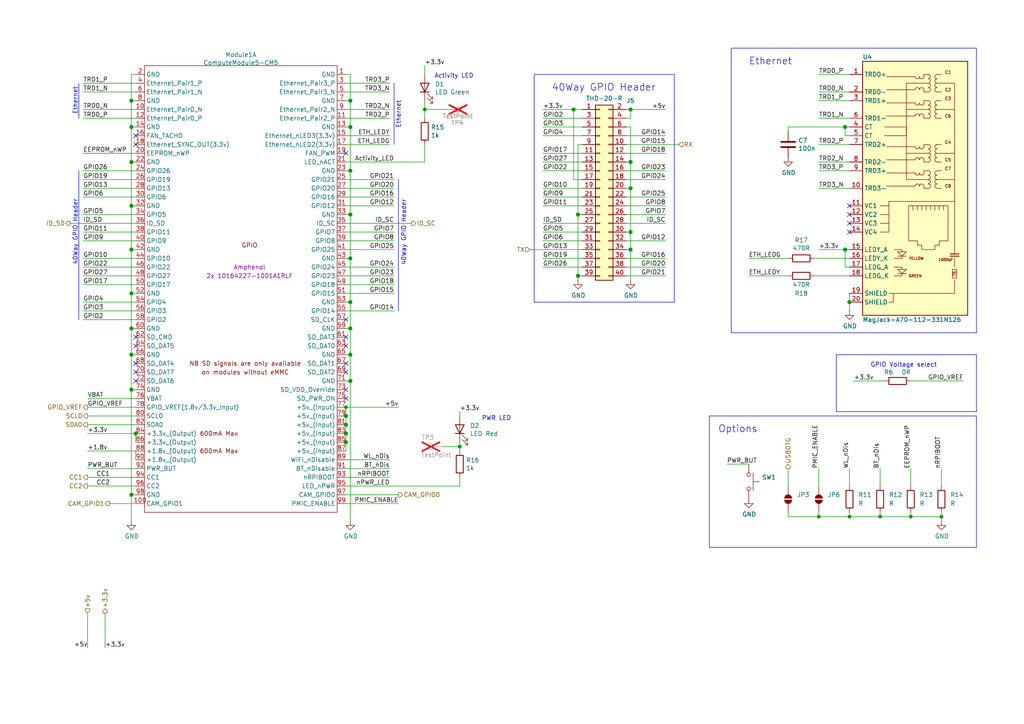
<source format=kicad_sch>
(kicad_sch (version 20250114) (generator "eeschema") (generator_version "9.0")
  (paper "A4")
  (title_block (title "CM4/5 GPIO + Ethernet") (date "2025-08-26") (rev "1") (company "Astrosystems") (comment 1 "Designed By - C.P"))
  (text "40Way GPIO Header" (at 160.02 26.67 0) (effects (font (size 2.007 2.007)) (justify left bottom)))
  (text "Ethernet" (at 22.606 33.274 90) (effects (font (size 1.27 1.27)) (justify left bottom)))
  (text "Activity LED" (at 125.984 22.86 0) (effects (font (size 1.27 1.27)) (justify left bottom)))
  (text "GPIO Voltage select\n" (at 271.78 106.68 0) (effects (font (size 1.27 1.27)) (justify right bottom)))
  (text "Options" (at 208.28 125.73 0) (effects (font (size 2.0066 2.0066)) (justify left bottom)))
  (text "40Way GPIO Header" (at 117.856 57.912 90) (effects (font (size 1.27 1.27)) (justify right bottom)))
  (text "40Way GPIO Header" (at 22.606 76.962 90) (effects (font (size 1.27 1.27)) (justify left bottom)))
  (text "PWR LED" (at 139.7 122.174 0) (effects (font (size 1.27 1.27)) (justify left bottom)))
  (text "Ethernet" (at 116.332 29.21 90) (effects (font (size 1.27 1.27)) (justify right bottom)))
  (text "Ethernet" (at 217.17 19.05 0) (effects (font (size 2.0066 2.0066)) (justify left bottom)))
  (junction (at 101.6 36.83) (diameter 1.016))
  (junction (at 245.11 72.39) (diameter 1.016))
  (junction (at 101.6 29.21) (diameter 1.016))
  (junction (at 101.6 102.87) (diameter 1.016))
  (junction (at 38.1 113.03) (diameter 1.016))
  (junction (at 246.38 87.63) (diameter 1.016))
  (junction (at 38.1 46.99) (diameter 1.016))
  (junction (at 100.33 125.73) (diameter 1.016))
  (junction (at 167.64 62.23) (diameter 1.016))
  (junction (at 182.88 46.99) (diameter 1.016))
  (junction (at 38.1 72.39) (diameter 1.016))
  (junction (at 246.38 149.86))
  (junction (at 100.33 123.19) (diameter 1.016))
  (junction (at 38.1 143.51) (diameter 1.016))
  (junction (at 182.88 67.31) (diameter 1.016))
  (junction (at 38.1 59.69) (diameter 1.016))
  (junction (at 101.6 62.23) (diameter 1.016))
  (junction (at 38.1 95.25) (diameter 1.016))
  (junction (at 101.6 95.25) (diameter 1.016))
  (junction (at 182.88 72.39) (diameter 1.016))
  (junction (at 182.88 31.75) (diameter 1.016))
  (junction (at 101.6 87.63) (diameter 1.016))
  (junction (at 255.27 149.86))
  (junction (at 182.88 54.61) (diameter 1.016))
  (junction (at 38.1 85.09) (diameter 1.016))
  (junction (at 100.33 120.65) (diameter 1.016))
  (junction (at 133.35 129.54))
  (junction (at 38.1 36.83) (diameter 1.016))
  (junction (at 39.37 125.73) (diameter 1.016))
  (junction (at 38.1 102.87) (diameter 1.016))
  (junction (at 38.1 29.21) (diameter 1.016))
  (junction (at 245.11 36.83) (diameter 1.016))
  (junction (at 237.49 149.86))
  (junction (at 100.33 128.27) (diameter 1.016))
  (junction (at 273.05 149.86))
  (junction (at 123.19 31.75))
  (junction (at 264.16 149.86))
  (junction (at 167.64 80.01) (diameter 1.016))
  (junction (at 101.6 110.49) (diameter 1.016))
  (junction (at 101.6 49.53) (diameter 1.016))
  (junction (at 101.6 74.93) (diameter 1.016))
  (junction (at 100.33 118.11))
  (junction (at 166.37 31.75) (diameter 1.016))
  (no_connect (at 100.33 107.95))
  (no_connect (at 100.33 97.79))
  (no_connect (at 39.37 107.95))
  (no_connect (at 100.33 105.41))
  (no_connect (at 246.38 62.23))
  (no_connect (at 100.33 113.03))
  (no_connect (at 39.37 97.79))
  (no_connect (at 100.33 100.33))
  (no_connect (at 246.38 59.69))
  (no_connect (at 39.37 100.33))
  (no_connect (at 39.37 105.41))
  (no_connect (at 100.33 44.45))
  (no_connect (at 39.37 39.37))
  (no_connect (at 39.37 110.49))
  (no_connect (at 246.38 64.77))
  (no_connect (at 39.37 41.91))
  (no_connect (at 100.33 115.57))
  (no_connect (at 100.33 92.71))
  (no_connect (at 246.38 67.31))
  (wire (pts (xy 101.6 110.49) (xy 101.6 151.13)))
  (polyline (pts (xy 154.94 21.59) (xy 154.94 87.63)) (stroke (width 0) (type solid)))
  (polyline (pts (xy 154.94 87.63) (xy 195.58 87.63)) (stroke (width 0) (type solid)))
  (wire (pts (xy 25.4 115.57) (xy 39.37 115.57)))
  (polyline (pts (xy 283.21 120.65) (xy 205.74 120.65)) (stroke (width 0) (type solid)))
  (wire (pts (xy 100.33 102.87) (xy 101.6 102.87)))
  (wire (pts (xy 24.13 90.17) (xy 39.37 90.17)))
  (polyline (pts (xy 114.3 24.13) (xy 114.3 41.91)) (stroke (width 0) (type solid)))
  (wire (pts (xy 39.37 133.35) (xy 39.37 130.81)))
  (wire (pts (xy 181.61 59.69) (xy 193.04 59.69)))
  (wire (pts (xy 24.13 44.45) (xy 39.37 44.45)))
  (wire (pts (xy 100.33 95.25) (xy 101.6 95.25)))
  (wire (pts (xy 181.61 41.91) (xy 196.85 41.91)))
  (wire (pts (xy 101.6 102.87) (xy 101.6 110.49)))
  (wire (pts (xy 217.17 74.93) (xy 228.6 74.93)))
  (wire (pts (xy 39.37 128.27) (xy 39.37 125.73)))
  (wire (pts (xy 101.6 36.83) (xy 101.6 49.53)))
  (polyline (pts (xy 283.21 102.87) (xy 283.21 119.38)) (stroke (width 0) (type solid)))
  (wire (pts (xy 24.13 92.71) (xy 39.37 92.71)))
  (wire (pts (xy 246.38 149.86) (xy 255.27 149.86)))
  (wire (pts (xy 123.19 34.29) (xy 123.19 31.75)))
  (wire (pts (xy 24.13 31.75) (xy 39.37 31.75)))
  (wire (pts (xy 24.13 77.47) (xy 39.37 77.47)))
  (wire (pts (xy 100.33 29.21) (xy 101.6 29.21)))
  (wire (pts (xy 100.33 90.17) (xy 114.3 90.17)))
  (wire (pts (xy 100.33 140.97) (xy 133.35 140.97)))
  (wire (pts (xy 24.13 82.55) (xy 39.37 82.55)))
  (wire (pts (xy 25.4 125.73) (xy 39.37 125.73)))
  (wire (pts (xy 182.88 72.39) (xy 182.88 67.31)))
  (wire (pts (xy 237.49 26.67) (xy 246.38 26.67)))
  (wire (pts (xy 24.13 80.01) (xy 39.37 80.01)))
  (wire (pts (xy 100.33 34.29) (xy 113.03 34.29)))
  (wire (pts (xy 39.37 36.83) (xy 38.1 36.83)))
  (wire (pts (xy 25.4 130.81) (xy 39.37 130.81)))
  (wire (pts (xy 100.33 31.75) (xy 113.03 31.75)))
  (wire (pts (xy 24.13 67.31) (xy 39.37 67.31)))
  (wire (pts (xy 100.33 87.63) (xy 101.6 87.63)))
  (wire (pts (xy 182.88 46.99) (xy 182.88 54.61)))
  (wire (pts (xy 25.4 177.8) (xy 25.4 187.96)))
  (polyline (pts (xy 22.86 49.53) (xy 22.86 92.71)) (stroke (width 0) (type solid)))
  (wire (pts (xy 39.37 21.59) (xy 38.1 21.59)))
  (wire (pts (xy 101.6 21.59) (xy 101.6 29.21)))
  (wire (pts (xy 236.22 80.01) (xy 246.38 80.01)))
  (wire (pts (xy 101.6 29.21) (xy 101.6 36.83)))
  (wire (pts (xy 228.6 135.89) (xy 228.6 140.97)))
  (wire (pts (xy 38.1 143.51) (xy 38.1 151.13)))
  (wire (pts (xy 181.61 74.93) (xy 193.04 74.93)))
  (wire (pts (xy 237.49 135.89) (xy 237.49 140.97)))
  (wire (pts (xy 153.67 72.39) (xy 168.91 72.39)))
  (wire (pts (xy 100.33 57.15) (xy 114.3 57.15)))
  (wire (pts (xy 100.33 143.51) (xy 115.57 143.51)))
  (wire (pts (xy 255.27 135.89) (xy 255.27 140.97)))
  (wire (pts (xy 182.88 54.61) (xy 181.61 54.61)))
  (wire (pts (xy 100.33 80.01) (xy 114.3 80.01)))
  (wire (pts (xy 167.64 80.01) (xy 167.64 81.28)))
  (wire (pts (xy 25.4 138.43) (xy 39.37 138.43)))
  (wire (pts (xy 101.6 95.25) (xy 101.6 102.87)))
  (wire (pts (xy 38.1 72.39) (xy 38.1 85.09)))
  (wire (pts (xy 101.6 49.53) (xy 101.6 62.23)))
  (wire (pts (xy 24.13 74.93) (xy 39.37 74.93)))
  (polyline (pts (xy 212.09 13.97) (xy 283.21 13.97)) (stroke (width 0) (type solid)))
  (wire (pts (xy 237.49 29.21) (xy 246.38 29.21)))
  (wire (pts (xy 181.61 44.45) (xy 193.04 44.45)))
  (wire (pts (xy 123.19 19.05) (xy 123.19 21.59)))
  (wire (pts (xy 166.37 52.07) (xy 168.91 52.07)))
  (wire (pts (xy 39.37 29.21) (xy 38.1 29.21)))
  (polyline (pts (xy 195.58 21.59) (xy 154.94 21.59)) (stroke (width 0) (type solid)))
  (wire (pts (xy 25.4 140.97) (xy 39.37 140.97)))
  (wire (pts (xy 25.4 135.89) (xy 39.37 135.89)))
  (wire (pts (xy 100.33 128.27) (xy 100.33 130.81)))
  (wire (pts (xy 264.16 148.59) (xy 264.16 149.86)))
  (wire (pts (xy 246.38 36.83) (xy 245.11 36.83)))
  (wire (pts (xy 237.49 21.59) (xy 246.38 21.59)))
  (wire (pts (xy 100.33 41.91) (xy 113.03 41.91)))
  (wire (pts (xy 24.13 26.67) (xy 39.37 26.67)))
  (wire (pts (xy 182.88 31.75) (xy 193.04 31.75)))
  (wire (pts (xy 217.17 80.01) (xy 228.6 80.01)))
  (wire (pts (xy 24.13 49.53) (xy 39.37 49.53)))
  (wire (pts (xy 123.19 41.91) (xy 123.19 46.99)))
  (wire (pts (xy 237.49 46.99) (xy 246.38 46.99)))
  (wire (pts (xy 100.33 120.65) (xy 100.33 123.19)))
  (wire (pts (xy 157.48 49.53) (xy 168.91 49.53)))
  (polyline (pts (xy 283.21 120.65) (xy 283.21 158.75)) (stroke (width 0) (type solid)))
  (wire (pts (xy 100.33 74.93) (xy 101.6 74.93)))
  (wire (pts (xy 246.38 135.89) (xy 246.38 140.97)))
  (polyline (pts (xy 22.86 34.29) (xy 22.86 24.13)) (stroke (width 0) (type solid)))
  (wire (pts (xy 100.33 39.37) (xy 113.03 39.37)))
  (wire (pts (xy 157.48 74.93) (xy 168.91 74.93)))
  (wire (pts (xy 181.61 49.53) (xy 193.04 49.53)))
  (polyline (pts (xy 243.84 102.87) (xy 283.21 102.87)) (stroke (width 0) (type solid)))
  (wire (pts (xy 273.05 149.86) (xy 273.05 151.13)))
  (wire (pts (xy 157.48 54.61) (xy 168.91 54.61)))
  (wire (pts (xy 38.1 95.25) (xy 39.37 95.25)))
  (wire (pts (xy 38.1 102.87) (xy 38.1 113.03)))
  (wire (pts (xy 38.1 85.09) (xy 38.1 95.25)))
  (wire (pts (xy 31.75 146.05) (xy 39.37 146.05)))
  (wire (pts (xy 168.91 41.91) (xy 167.64 41.91)))
  (wire (pts (xy 123.19 31.75) (xy 123.19 29.21)))
  (wire (pts (xy 228.6 148.59) (xy 228.6 149.86)))
  (wire (pts (xy 236.22 74.93) (xy 246.38 74.93)))
  (wire (pts (xy 157.48 69.85) (xy 168.91 69.85)))
  (wire (pts (xy 30.48 177.8) (xy 30.48 187.96)))
  (wire (pts (xy 181.61 80.01) (xy 193.04 80.01)))
  (wire (pts (xy 181.61 31.75) (xy 182.88 31.75)))
  (wire (pts (xy 228.6 149.86) (xy 237.49 149.86)))
  (wire (pts (xy 38.1 59.69) (xy 38.1 72.39)))
  (wire (pts (xy 38.1 113.03) (xy 39.37 113.03)))
  (wire (pts (xy 38.1 72.39) (xy 39.37 72.39)))
  (wire (pts (xy 24.13 54.61) (xy 39.37 54.61)))
  (wire (pts (xy 100.33 52.07) (xy 114.3 52.07)))
  (wire (pts (xy 246.38 87.63) (xy 246.38 90.17)))
  (wire (pts (xy 237.49 49.53) (xy 246.38 49.53)))
  (wire (pts (xy 24.13 24.13) (xy 39.37 24.13)))
  (wire (pts (xy 157.48 67.31) (xy 168.91 67.31)))
  (wire (pts (xy 100.33 62.23) (xy 101.6 62.23)))
  (wire (pts (xy 157.48 57.15) (xy 168.91 57.15)))
  (wire (pts (xy 157.48 31.75) (xy 166.37 31.75)))
  (wire (pts (xy 246.38 85.09) (xy 246.38 87.63)))
  (wire (pts (xy 100.33 24.13) (xy 113.03 24.13)))
  (wire (pts (xy 100.33 36.83) (xy 101.6 36.83)))
  (wire (pts (xy 100.33 133.35) (xy 113.03 133.35)))
  (wire (pts (xy 38.1 95.25) (xy 38.1 102.87)))
  (wire (pts (xy 133.35 138.43) (xy 133.35 140.97)))
  (polyline (pts (xy 205.74 120.65) (xy 205.74 158.75)) (stroke (width 0) (type solid)))
  (wire (pts (xy 39.37 143.51) (xy 38.1 143.51)))
  (wire (pts (xy 24.13 57.15) (xy 39.37 57.15)))
  (wire (pts (xy 182.88 72.39) (xy 182.88 81.28)))
  (wire (pts (xy 245.11 39.37) (xy 245.11 36.83)))
  (wire (pts (xy 237.49 72.39) (xy 245.11 72.39)))
  (wire (pts (xy 25.4 123.19) (xy 39.37 123.19)))
  (wire (pts (xy 38.1 113.03) (xy 38.1 143.51)))
  (wire (pts (xy 133.35 128.27) (xy 133.35 129.54)))
  (wire (pts (xy 237.49 41.91) (xy 246.38 41.91)))
  (wire (pts (xy 228.6 36.83) (xy 245.11 36.83)))
  (wire (pts (xy 100.33 146.05) (xy 115.57 146.05)))
  (wire (pts (xy 237.49 149.86) (xy 246.38 149.86)))
  (wire (pts (xy 100.33 64.77) (xy 119.38 64.77)))
  (wire (pts (xy 157.48 44.45) (xy 168.91 44.45)))
  (wire (pts (xy 101.6 87.63) (xy 101.6 95.25)))
  (polyline (pts (xy 115.57 52.07) (xy 115.57 90.17)) (stroke (width 0) (type solid)))
  (wire (pts (xy 100.33 54.61) (xy 114.3 54.61)))
  (wire (pts (xy 245.11 77.47) (xy 245.11 72.39)))
  (wire (pts (xy 100.33 69.85) (xy 114.3 69.85)))
  (polyline (pts (xy 283.21 96.52) (xy 212.09 96.52)) (stroke (width 0) (type solid)))
  (wire (pts (xy 25.4 118.11) (xy 39.37 118.11)))
  (wire (pts (xy 264.16 149.86) (xy 273.05 149.86)))
  (wire (pts (xy 157.48 36.83) (xy 168.91 36.83)))
  (polyline (pts (xy 212.09 96.52) (xy 212.09 13.97)) (stroke (width 0) (type solid)))
  (wire (pts (xy 100.33 85.09) (xy 114.3 85.09)))
  (wire (pts (xy 100.33 138.43) (xy 113.03 138.43)))
  (wire (pts (xy 247.65 110.49) (xy 256.54 110.49)))
  (wire (pts (xy 157.48 34.29) (xy 168.91 34.29)))
  (wire (pts (xy 182.88 67.31) (xy 182.88 54.61)))
  (wire (pts (xy 24.13 34.29) (xy 39.37 34.29)))
  (wire (pts (xy 181.61 39.37) (xy 193.04 39.37)))
  (wire (pts (xy 181.61 69.85) (xy 193.04 69.85)))
  (wire (pts (xy 157.48 64.77) (xy 168.91 64.77)))
  (wire (pts (xy 181.61 67.31) (xy 182.88 67.31)))
  (wire (pts (xy 100.33 59.69) (xy 114.3 59.69)))
  (wire (pts (xy 182.88 46.99) (xy 181.61 46.99)))
  (wire (pts (xy 245.11 72.39) (xy 246.38 72.39)))
  (wire (pts (xy 167.64 41.91) (xy 167.64 62.23)))
  (wire (pts (xy 100.33 67.31) (xy 114.3 67.31)))
  (wire (pts (xy 157.48 39.37) (xy 168.91 39.37)))
  (wire (pts (xy 157.48 46.99) (xy 168.91 46.99)))
  (polyline (pts (xy 195.58 21.59) (xy 195.58 87.63)) (stroke (width 0) (type solid)))
  (polyline (pts (xy 283.21 13.97) (xy 283.21 96.52)) (stroke (width 0) (type solid)))
  (wire (pts (xy 166.37 31.75) (xy 166.37 52.07)))
  (wire (pts (xy 100.33 135.89) (xy 113.03 135.89)))
  (wire (pts (xy 182.88 36.83) (xy 182.88 46.99)))
  (wire (pts (xy 20.32 64.77) (xy 39.37 64.77)))
  (wire (pts (xy 237.49 148.59) (xy 237.49 149.86)))
  (wire (pts (xy 181.61 34.29) (xy 182.88 34.29)))
  (wire (pts (xy 25.4 120.65) (xy 39.37 120.65)))
  (wire (pts (xy 38.1 36.83) (xy 38.1 46.99)))
  (wire (pts (xy 100.33 46.99) (xy 123.19 46.99)))
  (wire (pts (xy 167.64 80.01) (xy 168.91 80.01)))
  (wire (pts (xy 24.13 52.07) (xy 39.37 52.07)))
  (wire (pts (xy 167.64 62.23) (xy 168.91 62.23)))
  (polyline (pts (xy 242.57 119.38) (xy 242.57 102.87)) (stroke (width 0) (type solid)))
  (wire (pts (xy 246.38 148.59) (xy 246.38 149.86)))
  (wire (pts (xy 264.16 110.49) (xy 279.4 110.49)))
  (wire (pts (xy 157.48 77.47) (xy 168.91 77.47)))
  (wire (pts (xy 255.27 149.86) (xy 264.16 149.86)))
  (wire (pts (xy 264.16 140.97) (xy 264.16 135.89)))
  (wire (pts (xy 100.33 72.39) (xy 114.3 72.39)))
  (wire (pts (xy 38.1 29.21) (xy 38.1 36.83)))
  (wire (pts (xy 100.33 21.59) (xy 101.6 21.59)))
  (wire (pts (xy 181.61 57.15) (xy 193.04 57.15)))
  (wire (pts (xy 237.49 34.29) (xy 246.38 34.29)))
  (wire (pts (xy 100.33 110.49) (xy 101.6 110.49)))
  (wire (pts (xy 246.38 77.47) (xy 245.11 77.47)))
  (wire (pts (xy 24.13 69.85) (xy 39.37 69.85)))
  (wire (pts (xy 24.13 87.63) (xy 39.37 87.63)))
  (wire (pts (xy 100.33 118.11) (xy 100.33 120.65)))
  (wire (pts (xy 100.33 49.53) (xy 101.6 49.53)))
  (wire (pts (xy 167.64 62.23) (xy 167.64 80.01)))
  (wire (pts (xy 273.05 135.89) (xy 273.05 140.97)))
  (wire (pts (xy 100.33 26.67) (xy 113.03 26.67)))
  (wire (pts (xy 181.61 52.07) (xy 193.04 52.07)))
  (wire (pts (xy 24.13 62.23) (xy 39.37 62.23)))
  (polyline (pts (xy 283.21 158.75) (xy 205.74 158.75)) (stroke (width 0) (type solid)))
  (wire (pts (xy 101.6 74.93) (xy 101.6 87.63)))
  (polyline (pts (xy 243.84 102.87) (xy 242.57 102.87)) (stroke (width 0) (type solid)))
  (wire (pts (xy 100.33 123.19) (xy 100.33 125.73)))
  (wire (pts (xy 228.6 38.1) (xy 228.6 36.83)))
  (wire (pts (xy 38.1 46.99) (xy 39.37 46.99)))
  (wire (pts (xy 157.48 59.69) (xy 168.91 59.69)))
  (wire (pts (xy 210.82 134.62) (xy 217.17 134.62)))
  (wire (pts (xy 237.49 54.61) (xy 246.38 54.61)))
  (wire (pts (xy 38.1 21.59) (xy 38.1 29.21)))
  (wire (pts (xy 38.1 85.09) (xy 39.37 85.09)))
  (wire (pts (xy 273.05 148.59) (xy 273.05 149.86)))
  (wire (pts (xy 181.61 72.39) (xy 182.88 72.39)))
  (wire (pts (xy 100.33 125.73) (xy 100.33 128.27)))
  (wire (pts (xy 100.33 77.47) (xy 114.3 77.47)))
  (wire (pts (xy 38.1 102.87) (xy 39.37 102.87)))
  (wire (pts (xy 38.1 59.69) (xy 39.37 59.69)))
  (polyline (pts (xy 283.21 119.38) (xy 243.84 119.38)) (stroke (width 0) (type solid)))
  (wire (pts (xy 168.91 31.75) (xy 166.37 31.75)))
  (wire (pts (xy 181.61 77.47) (xy 193.04 77.47)))
  (wire (pts (xy 133.35 129.54) (xy 133.35 130.81)))
  (wire (pts (xy 246.38 39.37) (xy 245.11 39.37)))
  (wire (pts (xy 255.27 148.59) (xy 255.27 149.86)))
  (wire (pts (xy 182.88 34.29) (xy 182.88 31.75)))
  (wire (pts (xy 100.33 82.55) (xy 114.3 82.55)))
  (wire (pts (xy 123.19 31.75) (xy 129.54 31.75)))
  (wire (pts (xy 128.27 129.54) (xy 133.35 129.54)))
  (wire (pts (xy 101.6 62.23) (xy 101.6 74.93)))
  (wire (pts (xy 38.1 46.99) (xy 38.1 59.69)))
  (wire (pts (xy 181.61 64.77) (xy 193.04 64.77)))
  (wire (pts (xy 181.61 62.23) (xy 193.04 62.23)))
  (wire (pts (xy 133.35 119.38) (xy 133.35 120.65)))
  (wire (pts (xy 100.33 118.11) (xy 115.57 118.11)))
  (wire (pts (xy 181.61 36.83) (xy 182.88 36.83)))
  (polyline (pts (xy 242.57 119.38) (xy 243.84 119.38)) (stroke (width 0) (type solid)))
  (label "GPIO24" (at 193.04 52.07 180))
  (label "+5v" (at 193.04 31.75 180))
  (label "GPIO5" (at 24.13 62.23 0))
  (label "TRD3_N" (at 113.03 26.67 180))
  (label "GPIO2" (at 24.13 92.71 0))
  (label "GPIO9" (at 24.13 69.85 0))
  (label "TRD3_N" (at 237.49 54.61 0))
  (label "ETH_LEDG" (at 113.03 41.91 180))
  (label "+3.3v" (at 157.48 31.75 0))
  (label "GPIO10" (at 24.13 74.93 0))
  (label "TRD3_P" (at 113.03 24.13 180))
  (label "GPIO6" (at 24.13 57.15 0))
  (label "GPIO8" (at 193.04 59.69 180))
  (label "GPIO20" (at 114.3 54.61 180))
  (label "GPIO25" (at 114.3 72.39 180))
  (label "GPIO2" (at 157.48 34.29 0))
  (label "GPIO26" (at 157.48 77.47 0))
  (label "GPIO15" (at 114.3 85.09 180))
  (label "GPIO13" (at 24.13 54.61 0))
  (label "GPIO7" (at 114.3 67.31 180))
  (label "GPIO14" (at 114.3 90.17 180))
  (label "BT_nDis" (at 113.03 135.89 180))
  (label "+5v" (at 25.4 187.96 180))
  (label "GPIO7" (at 193.04 62.23 180))
  (label "ETH_LEDY" (at 113.03 39.37 180))
  (label "GPIO4" (at 24.13 87.63 0))
  (label "GPIO10" (at 157.48 54.61 0))
  (label "TRD1_P" (at 24.13 24.13 0))
  (label "CC1" (at 27.94 138.43 0))
  (label "TRD1_P" (at 237.49 29.21 0))
  (label "WL_nDis" (at 113.03 133.35 180))
  (label "GPIO6" (at 157.48 69.85 0))
  (label "GPIO17" (at 157.48 44.45 0))
  (label "+3.3v" (at 123.19 19.05 0))
  (label "GPIO19" (at 157.48 74.93 0))
  (label "GPIO27" (at 24.13 80.01 0))
  (label "EEPROM_nWP" (at 24.13 44.45 0))
  (label "GPIO_VREF" (at 25.4 118.11 0))
  (label "GPIO9" (at 157.48 57.15 0))
  (label "GPIO20" (at 193.04 77.47 180))
  (label "GPIO21" (at 114.3 52.07 180))
  (label "GPIO23" (at 114.3 80.01 180))
  (label "ID_SD" (at 157.48 64.77 0))
  (label "GPIO16" (at 193.04 74.93 180))
  (label "TRD0_N" (at 24.13 31.75 0))
  (label "TRD3_P" (at 237.49 49.53 0))
  (label "ETH_LEDY" (at 217.17 80.01 0))
  (label "ETH_LEDG" (at 217.17 74.93 0))
  (label "TRD0_N" (at 237.49 26.67 0))
  (label "GPIO22" (at 157.48 49.53 0))
  (label "+1.8v" (at 25.4 130.81 0))
  (label "Activity_LED" (at 114.3 46.99 180))
  (label "PWR_BUT" (at 210.82 134.62 0))
  (label "GPIO18" (at 193.04 44.45 180))
  (label "GPIO16" (at 114.3 57.15 180))
  (label "GPIO12" (at 114.3 59.69 180))
  (label "GPIO23" (at 193.04 49.53 180))
  (label "+3.3v" (at 25.4 125.73 0))
  (label "ID_SC" (at 193.04 64.77 180))
  (label "GPIO8" (at 114.3 69.85 180))
  (label "GPIO17" (at 24.13 82.55 0))
  (label "TRD0_P" (at 237.49 21.59 0))
  (label "GPIO18" (at 114.3 82.55 180))
  (label "TRD2_N" (at 113.03 31.75 180))
  (label "GPIO15" (at 193.04 41.91 180))
  (label "GPIO5" (at 157.48 67.31 0))
  (label "nPWR_LED" (at 113.03 140.97 180))
  (label "PMIC_ENABLE" (at 237.49 135.89 90))
  (label "GPIO3" (at 157.48 36.83 0))
  (label "TRD0_P" (at 24.13 34.29 0))
  (label "nRPIBOOT" (at 273.05 135.89 90))
  (label "+3.3v" (at 247.65 110.49 0))
  (label "GPIO26" (at 24.13 49.53 0))
  (label "WL_nDis" (at 246.38 135.89 90))
  (label "PWR_BUT" (at 25.4 135.89 0))
  (label "GPIO12" (at 193.04 69.85 180))
  (label "nRPIBOOT" (at 113.03 138.43 180))
  (label "EEPROM_nWP" (at 264.16 135.89 90))
  (label "GPIO11" (at 24.13 67.31 0))
  (label "ID_SD" (at 24.13 64.77 0))
  (label "TRD1_N" (at 24.13 26.67 0))
  (label "GPIO24" (at 114.3 77.47 180))
  (label "GPIO27" (at 157.48 46.99 0))
  (label "VBAT" (at 25.4 115.57 0))
  (label "ID_SC" (at 114.3 64.77 180))
  (label "TRD2_P" (at 237.49 41.91 0))
  (label "GPIO21" (at 193.04 80.01 180))
  (label "CC2" (at 27.94 140.97 0))
  (label "GPIO14" (at 193.04 39.37 180))
  (label "GPIO25" (at 193.04 57.15 180))
  (label "TRD2_N" (at 237.49 46.99 0))
  (label "BT_nDis" (at 255.27 135.89 90))
  (label "+5v" (at 115.57 118.11 180))
  (label "TRD1_N" (at 237.49 34.29 0))
  (label "PMIC_ENABLE" (at 115.57 146.05 180))
  (label "+3.3v" (at 133.35 119.38 0))
  (label "GPIO13" (at 157.48 72.39 0))
  (label "GPIO_VREF" (at 279.4 110.49 180))
  (label "TRD2_P" (at 113.03 34.29 180))
  (label "+3.3v" (at 30.48 187.96 0))
  (label "GPIO19" (at 24.13 52.07 0))
  (label "GPIO11" (at 157.48 59.69 0))
  (label "GPIO4" (at 157.48 39.37 0))
  (label "+3.3v" (at 237.49 72.39 0))
  (label "GPIO22" (at 24.13 77.47 0))
  (label "GPIO3" (at 24.13 90.17 0))
  (hierarchical_label "CC1" (shape output) (at 25.4 138.43 180))
  (hierarchical_label "ID_SD" (shape output) (at 20.32 64.77 180))
  (hierarchical_label "SDA0" (shape output) (at 25.4 123.19 180))
  (hierarchical_label "CAM_GPIO1" (shape output) (at 31.75 146.05 180))
  (hierarchical_label "CC2" (shape output) (at 25.4 140.97 180))
  (hierarchical_label "GPIO_VREF" (shape output) (at 25.4 118.11 180))
  (hierarchical_label "ID_SC" (shape output) (at 119.38 64.77 0))
  (hierarchical_label "SCL0" (shape output) (at 25.4 120.65 180))
  (hierarchical_label "CAM_GPIO0" (shape output) (at 115.57 143.51 0))
  (hierarchical_label "TX" (shape input) (at 153.67 72.39 180))
  (hierarchical_label "+3.3v" (shape output) (at 30.48 177.8 90))
  (hierarchical_label "RX" (shape input) (at 196.85 41.91 0))
  (hierarchical_label "USBOTG" (shape output) (at 228.6 135.89 90))
  (hierarchical_label "+5v" (shape input) (at 25.4 177.8 90))
  (symbol (lib_id "CM5IO:ComputeModule5-CM5") (at 72.39 77.47 0) (unit 1)
    (property "Reference" "Module1" (at 69.85 15.875 0))
    (property "Value" "ComputeModule5-CM5" (at 69.85 18.1864 0))
    (property "Footprint" "CM5IO:Raspberry-Pi-5-Compute-Module" (effects (hide yes)))
    (property "Description" "RaspberryPi Compute module 5" (effects (hide yes)))
    (property "Field4" "Amphenol" (at 72.39 77.47 0))
    (property "Field5" "2x 10164227-1001A1RLF" (at 72.39 80.01 0))
    (property "Field6" "2x 10164227-1001A1RLF" (effects (hide yes)))
    (property "Field7" "Hirose" (effects (hide yes)))
    (property "Part Description" "	100 Position Connector Receptacle, Center Strip Contacts Surface Mount Gold" (effects (hide yes)))
  )
  (symbol (lib_id "Device:C") (at 228.6 41.91 0) (unit 1)
    (property "Reference" "C7" (at 231.521 40.7416 0) (effects (justify left)))
    (property "Value" "100n" (at 231.521 43.053 0) (effects (justify left)))
    (property "Footprint" "Capacitor_SMD:C_0402_1005Metric" (effects (hide yes)))
    (property "Datasheet" "https://search.murata.co.jp/Ceramy/image/img/A01X/G101/ENG/GRM155R71C104KA88-01.pdf" (effects (hide yes)))
    (property "Field4" "Farnell" (effects (hide yes)))
    (property "Field5" "2611911" (effects (hide yes)))
    (property "Field6" "RM EMK105 B7104KV-F" (effects (hide yes)))
    (property "Field7" "TAIYO YUDEN EUROPE GMBH" (effects (hide yes)))
    (property "Part Description" "	0.1uF 10% 16V Ceramic Capacitor X7R 0402 (1005 Metric)" (effects (hide yes)))
    (property "Field8" "110091611" (effects (hide yes)))
  )
  (symbol (lib_id "power:GND") (at 228.6 45.72 0) (unit 1)
    (property "Reference" "#PWR025" (effects (hide yes)))
    (property "Value" "GND" (at 228.727 50.1142 0))
    (property "Description" "Power symbol creates a global label with name \"GND\" , ground" (effects (hide yes)))
  )
  (symbol (lib_id "Connector_Generic:Conn_02x20_Odd_Even") (at 173.99 54.61 0) (unit 1)
    (property "Reference" "J5" (at 182.88 29.21 0))
    (property "Value" "THD-20-R" (at 175.26 28.5496 0))
    (property "Footprint" "Connector_PinHeader_2.54mm:PinHeader_2x20_P2.54mm_Vertical" (effects (hide yes)))
    (property "Datasheet" "https://www.toby.co.uk/uploads/publications/1673.pdf" (effects (hide yes)))
    (property "Field4" "Toby" (effects (hide yes)))
    (property "Field5" "THD-20-R" (effects (hide yes)))
    (property "Field6" "THD-20-R" (effects (hide yes)))
    (property "Field7" "Toby" (effects (hide yes)))
    (property "Field8" "UCON00511" (effects (hide yes)))
    (property "Part Description" "PinHeader_2x20_P2.54mm_Vertical" (effects (hide yes)))
  )
  (symbol (lib_id "power:GND") (at 182.88 81.28 0) (unit 1)
    (property "Reference" "#PWR028" (effects (hide yes)))
    (property "Value" "GND" (at 183.007 85.6742 0))
    (property "Description" "Power symbol creates a global label with name \"GND\" , ground" (effects (hide yes)))
  )
  (symbol (lib_id "power:GND") (at 167.64 81.28 0) (unit 1)
    (property "Reference" "#PWR027" (effects (hide yes)))
    (property "Value" "GND" (at 167.767 85.6742 0))
    (property "Description" "Power symbol creates a global label with name \"GND\" , ground" (effects (hide yes)))
  )
  (symbol (lib_id "Device:R") (at 232.41 74.93 270) (unit 1)
    (property "Reference" "R17" (at 232.41 69.6722 90))
    (property "Value" "470R" (at 232.41 71.9836 90))
    (property "Footprint" "Resistor_SMD:R_0402_1005Metric" (effects (hide yes)))
    (property "Datasheet" "https://fscdn.rohm.com/en/products/databook/datasheet/passive/resistor/chip_resistor/mcr-e.pdf" (effects (hide yes)))
    (property "Field4" "Farnell" (effects (hide yes)))
    (property "Field5" "9239197" (effects (hide yes)))
    (property "Field7" "KOA EUROPE GMBH" (effects (hide yes)))
    (property "Field6" "RK73G1ETQTP4700D         " (effects (hide yes)))
    (property "Field8" "120887981" (effects (hide yes)))
    (property "Part Description" "Resistor 470R M1005 1% 63mW" (effects (hide yes)))
  )
  (symbol (lib_id "Device:R") (at 232.41 80.01 270) (unit 1)
    (property "Reference" "R18" (at 232.41 85.09 90))
    (property "Value" "470R" (at 232.41 82.55 90))
    (property "Footprint" "Resistor_SMD:R_0402_1005Metric" (effects (hide yes)))
    (property "Datasheet" "https://fscdn.rohm.com/en/products/databook/datasheet/passive/resistor/chip_resistor/mcr-e.pdf" (effects (hide yes)))
    (property "Field4" "Farnell" (effects (hide yes)))
    (property "Field5" "9239197" (effects (hide yes)))
    (property "Field7" "KOA EUROPE GMBH" (effects (hide yes)))
    (property "Field6" "RK73G1ETQTP4700D         " (effects (hide yes)))
    (property "Field8" "120887981" (effects (hide yes)))
    (property "Part Description" "Resistor 470R M1005 1% 63mW" (effects (hide yes)))
  )
  (symbol (lib_id "power:GND") (at 38.1 151.13 0) (unit 1)
    (property "Reference" "#PWR017" (effects (hide yes)))
    (property "Value" "GND" (at 38.227 155.5242 0))
    (property "Description" "Power symbol creates a global label with name \"GND\" , ground" (effects (hide yes)))
  )
  (symbol (lib_id "power:GND") (at 101.6 151.13 0) (unit 1)
    (property "Reference" "#PWR018" (effects (hide yes)))
    (property "Value" "GND" (at 101.727 155.5242 0))
    (property "Description" "Power symbol creates a global label with name \"GND\" , ground" (effects (hide yes)))
  )
  (symbol (lib_id "Device:LED") (at 123.19 25.4 90) (unit 1)
    (property "Reference" "D1" (at 126.1618 24.4094 90) (effects (justify right)))
    (property "Value" "LED Green" (at 126.1618 26.7208 90) (effects (justify right)))
    (property "Footprint" "LED_SMD:LED_0603_1608Metric" (effects (hide yes)))
    (property "Description" "Light emitting diode" (effects (hide yes)))
    (property "Field4" "Digikey " (effects (hide yes)))
    (property "Field5" "LTST-S270KGKT" (effects (hide yes)))
    (property "Field6" "SML-A12M8TT86N" (effects (hide yes)))
    (property "Field7" "Rohm" (effects (hide yes)))
    (property "Field8" "650263301" (effects (hide yes)))
    (property "Part Description" "	Green 572nm LED Indication - Discrete 2.2V 2-SMD, No Lead" (effects (hide yes)))
    (property "Sim.Pins" "1=K 2=A" (effects (hide yes)))
  )
  (symbol (lib_id "Device:R") (at 123.19 38.1 0) (unit 1)
    (property "Reference" "R15" (at 124.968 36.9316 0) (effects (justify left)))
    (property "Value" "1k" (at 124.968 39.243 0) (effects (justify left)))
    (property "Footprint" "Resistor_SMD:R_0402_1005Metric" (effects (hide yes)))
    (property "Datasheet" "https://fscdn.rohm.com/en/products/databook/datasheet/passive/resistor/chip_resistor/mcr-e.pdf" (effects (hide yes)))
    (property "Field4" "Farnell" (effects (hide yes)))
    (property "Field5" "9239235" (effects (hide yes)))
    (property "Field7" "KOA EUROPE GMBH" (effects (hide yes)))
    (property "Field6" "RK73H1ETTP1001F" (effects (hide yes)))
    (property "Part Description" "Resistor 1K M1005 1% 63mW" (effects (hide yes)))
    (property "Field8" "125049511" (effects (hide yes)))
  )
  (symbol (lib_id "Device:LED") (at 133.35 124.46 90) (unit 1)
    (property "Reference" "D2" (at 136.3218 123.4694 90) (effects (justify right)))
    (property "Value" "LED Red" (at 136.3218 125.7808 90) (effects (justify right)))
    (property "Footprint" "LED_SMD:LED_0603_1608Metric" (effects (hide yes)))
    (property "Description" "Light emitting diode" (effects (hide yes)))
    (property "Field4" "Digikey " (effects (hide yes)))
    (property "Field5" "	LTST-S270KRKT" (effects (hide yes)))
    (property "Field6" "SML-A12U8TT86Q" (effects (hide yes)))
    (property "Field7" "Rohm" (effects (hide yes)))
    (property "Field8" "650295101" (effects (hide yes)))
    (property "Part Description" "	Red 620nm LED Indication - Discrete 2.2V 2-SMD, No Lead" (effects (hide yes)))
    (property "Sim.Pins" "1=K 2=A" (effects (hide yes)))
  )
  (symbol (lib_id "Device:R") (at 133.35 134.62 0) (unit 1)
    (property "Reference" "R16" (at 135.128 133.4516 0) (effects (justify left)))
    (property "Value" "1k" (at 135.128 135.763 0) (effects (justify left)))
    (property "Footprint" "Resistor_SMD:R_0402_1005Metric" (effects (hide yes)))
    (property "Datasheet" "https://fscdn.rohm.com/en/products/databook/datasheet/passive/resistor/chip_resistor/mcr-e.pdf" (effects (hide yes)))
    (property "Field4" "Farnell" (effects (hide yes)))
    (property "Field5" "9239235" (effects (hide yes)))
    (property "Field7" "KOA EUROPE GMBH" (effects (hide yes)))
    (property "Field6" "RK73H1ETTP1001F" (effects (hide yes)))
    (property "Part Description" "Resistor 1K M1005 1% 63mW" (effects (hide yes)))
    (property "Field8" "125049511" (effects (hide yes)))
  )
  (symbol (lib_id "Connector:TestPoint") (at 128.27 129.54 90) (unit 1) (in_bom no) (dnp yes)
    (property "Reference" "TP3" (at 125.9078 126.873 90) (effects (justify left)))
    (property "Value" "TestPoint" (at 130.9878 131.953 90) (effects (justify left)))
    (property "Footprint" "TestPoint:TestPoint_Pad_2.0x2.0mm" (effects (hide yes)))
    (property "Field4" "nf" (effects (hide yes)))
    (property "Field5" "nf" (effects (hide yes)))
    (property "Field6" "nf" (effects (hide yes)))
    (property "Field7" "nf" (effects (hide yes)))
    (property "Part Description" "Test point" (effects (hide yes)))
  )
  (symbol (lib_id "Device:R") (at 260.35 110.49 90) (unit 1)
    (property "Reference" "R6" (at 259.08 107.95 90) (effects (justify left)))
    (property "Value" "0R" (at 264.16 107.95 90) (effects (justify left)))
    (property "Footprint" "Resistor_SMD:R_0805_2012Metric_Pad1.20x1.40mm_HandSolder" (effects (hide yes)))
    (property "Datasheet" "https://fscdn.rohm.com/en/products/databook/datasheet/passive/resistor/chip_resistor/mcr-e.pdf" (effects (hide yes)))
    (property "Field4" "Farnell" (effects (hide yes)))
    (property "Field5" "9233750" (effects (hide yes)))
    (property "Field7" "Rohm" (effects (hide yes)))
    (property "Field6" "MCR10EZPJ000" (effects (hide yes)))
    (property "Part Description" "Resistor 0R M2012 5% " (effects (hide yes)))
    (property "Field8" "121629591" (effects (hide yes)))
  )
  (symbol (lib_id "power:GND") (at 246.38 90.17 0) (unit 1)
    (property "Reference" "#PWR026" (effects (hide yes)))
    (property "Value" "GND" (at 246.507 94.5642 0))
    (property "Description" "Power symbol creates a global label with name \"GND\" , ground" (effects (hide yes)))
  )
  (symbol (lib_id "CM5IO:MagJack-A70-112-331N126") (at 267.97 92.71 0) (unit 1)
    (property "Reference" "U4" (at 250.19 16.51 0) (effects (justify left)))
    (property "Value" "MagJack-A70-112-331N126" (at 250.19 92.71 0) (effects (justify left)))
    (property "Footprint" "CM5IO:TRJG0926HENL" (effects (hide yes)))
    (property "Datasheet" "https://p.globalsources.com/IMAGES/PDT/SPEC/690/K1160305690.pdf" (effects (hide yes)))
    (property "Field6" "TRJG0926HENL" (effects (hide yes)))
    (property "Field7" "Trxcon" (effects (hide yes)))
    (property "Field8" "UCON00900" (effects (hide yes)))
    (property "Part Description" "Gigabit Ethernet Magjack" (effects (hide yes)))
    (property "Field5" "TRJG0926HENL" (effects (hide yes)))
  )
  (symbol (lib_id "Device:R") (at 255.27 144.78 0) (unit 1)
    (property "Reference" "R12" (at 257.81 143.5099 0) (effects (justify left)))
    (property "Value" "R" (at 257.81 146.0499 0) (effects (justify left)))
    (property "Footprint" "Resistor_SMD:R_0603_1608Metric_Pad0.98x0.95mm_HandSolder" (effects (hide yes)))
    (property "Description" "Resistor" (effects (hide yes)))
  )
  (symbol (lib_id "Device:R") (at 246.38 144.78 0) (unit 1)
    (property "Reference" "R11" (at 248.92 143.5099 0) (effects (justify left)))
    (property "Value" "R" (at 248.92 146.0499 0) (effects (justify left)))
    (property "Footprint" "Resistor_SMD:R_0603_1608Metric_Pad0.98x0.95mm_HandSolder" (effects (hide yes)))
    (property "Description" "Resistor" (effects (hide yes)))
  )
  (symbol (lib_id "Device:R") (at 264.16 144.78 0) (unit 1)
    (property "Reference" "R13" (at 266.7 143.5099 0) (effects (justify left)))
    (property "Value" "R" (at 266.7 146.0499 0) (effects (justify left)))
    (property "Footprint" "Resistor_SMD:R_0603_1608Metric_Pad0.98x0.95mm_HandSolder" (effects (hide yes)))
    (property "Description" "Resistor" (effects (hide yes)))
  )
  (symbol (lib_id "Jumper:SolderJumper_2_Open") (at 237.49 144.78 270) (unit 1) (in_bom no)
    (property "Reference" "JP6" (at 240.03 143.5099 90) (effects (justify left)))
    (property "Value" "SolderJumper_2_Open" (effects (hide yes)))
    (property "Description" "Solder Jumper, 2-pole, open" (effects (hide yes)))
  )
  (symbol (lib_id "Switch:SW_Push") (at 217.17 139.7 270) (unit 1)
    (property "Reference" "SW1" (at 220.98 138.4299 90) (effects (justify left)))
    (property "Value" "Right angle Tact button" (effects (hide yes)))
    (property "Footprint" "Button_Switch_THT:SW_Tactile_SPST_Angled_PTS645Vx58-2LFS" (effects (hide yes)))
    (property "Datasheet" "https://www.mouser.co.uk/datasheet/2/240/Littelfuse-3050591.pdf" (effects (hide yes)))
    (property "Description" "Push button switch, generic, two pins" (effects (hide yes)))
    (property "Field5" "PTS645VH58-2LFS" (effects (hide yes)))
    (property "Field6" "PTS645VH58-2LFS" (effects (hide yes)))
    (property "Field7" "CK" (effects (hide yes)))
    (property "Part Description" "Right angle through hole Tact switch" (effects (hide yes)))
  )
  (symbol (lib_id "Device:R") (at 273.05 144.78 0) (unit 1)
    (property "Reference" "R14" (at 275.59 143.5099 0) (effects (justify left)))
    (property "Value" "R" (at 275.59 146.0499 0) (effects (justify left)))
    (property "Footprint" "Resistor_SMD:R_0603_1608Metric_Pad0.98x0.95mm_HandSolder" (effects (hide yes)))
    (property "Description" "Resistor" (effects (hide yes)))
  )
  (symbol (lib_id "Connector:TestPoint") (at 129.54 31.75 270) (unit 1) (in_bom no) (dnp yes)
    (property "Reference" "TP4" (at 130.81 35.56 90) (effects (justify left)))
    (property "Value" "TestPoint" (at 128.27 33.655 90) (effects (justify left)))
    (property "Footprint" "TestPoint:TestPoint_Pad_2.0x2.0mm" (effects (hide yes)))
    (property "Field4" "nf" (effects (hide yes)))
    (property "Field5" "nf" (effects (hide yes)))
    (property "Field6" "nf" (effects (hide yes)))
    (property "Field7" "nf" (effects (hide yes)))
    (property "Part Description" "Test point" (effects (hide yes)))
  )
  (symbol (lib_id "Jumper:SolderJumper_2_Open") (at 228.6 144.78 270) (unit 1) (in_bom no)
    (property "Reference" "JP3" (at 231.14 143.5099 90) (effects (justify left)))
    (property "Value" "SolderJumper_2_Open" (effects (hide yes)))
    (property "Description" "Solder Jumper, 2-pole, open" (effects (hide yes)))
  )
  (symbol (lib_id "power:GND") (at 217.17 144.78 0) (unit 1)
    (property "Reference" "#PWR019" (effects (hide yes)))
    (property "Value" "GND" (at 217.297 149.1742 0))
    (property "Description" "Power symbol creates a global label with name \"GND\" , ground" (effects (hide yes)))
  )
  (symbol (lib_id "power:GND") (at 273.05 151.13 0) (unit 1)
    (property "Reference" "#PWR024" (effects (hide yes)))
    (property "Value" "GND" (at 273.177 155.5242 0))
    (property "Description" "Power symbol creates a global label with name \"GND\" , ground" (effects (hide yes)))
  )
)
</source>
